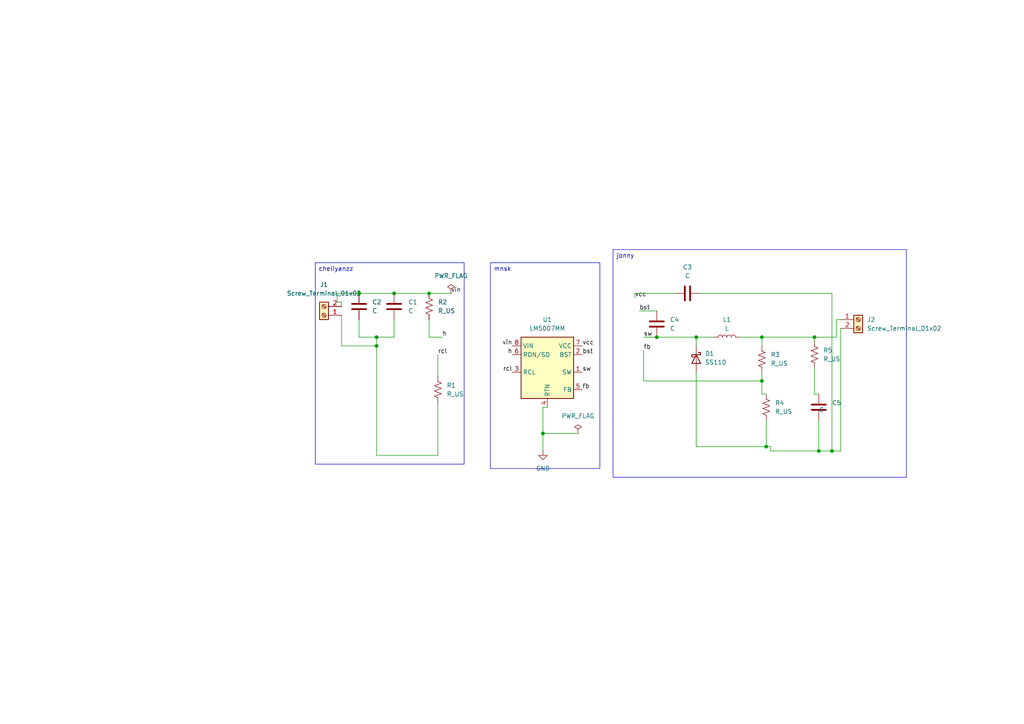
<source format=kicad_sch>
(kicad_sch (version 20250114) (generator "eeschema") (generator_version "9.0")
  (paper "A4")
  (lib_symbols
    (symbol "Connector:Screw_Terminal_01x02" (pin_names (offset 1.016) (hide yes))
      (property "Reference" "J" (at 0 2.54 0))
      (property "Value" "Screw_Terminal_01x02" (at 0 -5.08 0))
      (symbol "Screw_Terminal_01x02_1_1"
        (rectangle (start -1.27 1.27) (end 1.27 -3.81) (stroke (width 0.254)) (fill (type background)))
        (polyline (pts (xy -0.5334 0.3302) (xy 0.3302 -0.508)) (stroke (width 0.1524)))
        (polyline (pts (xy -0.5334 -2.2098) (xy 0.3302 -3.048)) (stroke (width 0.1524)))
        (polyline (pts (xy -0.3556 0.508) (xy 0.508 -0.3302)) (stroke (width 0.1524)))
        (polyline (pts (xy -0.3556 -2.032) (xy 0.508 -2.8702)) (stroke (width 0.1524)))
        (circle (center 0 0) (radius 0.635) (stroke (width 0.1524)))
        (circle (center 0 -2.54) (radius 0.635) (stroke (width 0.1524)))
        (pin passive line (at -5.08 0 0) (length 3.81) (name "Pin_1") (number "1"))
        (pin passive line (at -5.08 -2.54 0) (length 3.81) (name "Pin_2") (number "2"))
      )
    )
    (symbol "Device:C" (pin_numbers (hide yes)) (pin_names (offset 0.254))
      (property "Reference" "C" (at 0.635 2.54 0))
      (property "Value" "C" (at 0.635 -2.54 0))
      (symbol "C_0_1"
        (polyline (pts (xy -2.032 0.762) (xy 2.032 0.762)) (stroke (width 0.508)))
        (polyline (pts (xy -2.032 -0.762) (xy 2.032 -0.762)) (stroke (width 0.508)))
      )
      (symbol "C_1_1"
        (pin passive line (at 0 3.81 270) (length 2.794) (name "~") (number "1"))
        (pin passive line (at 0 -3.81 90) (length 2.794) (name "~") (number "2"))
      )
    )
    (symbol "Device:L" (pin_numbers (hide yes)) (pin_names (offset 1.016) (hide yes))
      (property "Reference" "L" (at -1.27 0 90))
      (property "Value" "L" (at 1.905 0 90))
      (symbol "L_0_1"
        (arc (start 0 2.54) (mid 0.6323 1.905) (end 0 1.27))
        (arc (start 0 1.27) (mid 0.6323 0.635) (end 0 0))
        (arc (start 0 0) (mid 0.6323 -0.635) (end 0 -1.27))
        (arc (start 0 -1.27) (mid 0.6323 -1.905) (end 0 -2.54))
      )
      (symbol "L_1_1"
        (pin passive line (at 0 3.81 270) (length 1.27) (name "1") (number "1"))
        (pin passive line (at 0 -3.81 90) (length 1.27) (name "2") (number "2"))
      )
    )
    (symbol "Device:R_US" (pin_numbers (hide yes)) (pin_names (offset 0))
      (property "Reference" "R" (at 2.54 0 90))
      (property "Value" "R_US" (at -2.54 0 90))
      (symbol "R_US_0_1"
        (polyline (pts (xy 0 2.286) (xy 0 2.54)))
        (polyline (pts (xy 0 2.286) (xy 1.016 1.905) (xy 0 1.524) (xy -1.016 1.143) (xy 0 0.762)))
        (polyline (pts (xy 0 0.762) (xy 1.016 0.381) (xy 0 0) (xy -1.016 -0.381) (xy 0 -0.762)))
        (polyline (pts (xy 0 -0.762) (xy 1.016 -1.143) (xy 0 -1.524) (xy -1.016 -1.905) (xy 0 -2.286)))
        (polyline (pts (xy 0 -2.286) (xy 0 -2.54)))
      )
      (symbol "R_US_1_1"
        (pin passive line (at 0 3.81 270) (length 1.27) (name "~") (number "1"))
        (pin passive line (at 0 -3.81 90) (length 1.27) (name "~") (number "2"))
      )
    )
    (symbol "Diode:SS110" (pin_numbers (hide yes)) (pin_names (offset 1.016) (hide yes))
      (property "Reference" "D" (at 0 2.54 0))
      (property "Value" "SS110" (at 0 -2.54 0))
      (symbol "SS110_0_1"
        (polyline (pts (xy -1.905 0.635) (xy -1.905 1.27) (xy -1.27 1.27) (xy -1.27 -1.27) (xy -0.635 -1.27) (xy -0.635 -0.635)) (stroke (width 0.254)))
        (polyline (pts (xy 1.27 1.27) (xy 1.27 -1.27) (xy -1.27 0) (xy 1.27 1.27)) (stroke (width 0.254)))
        (polyline (pts (xy 1.27 0) (xy -1.27 0)))
      )
      (symbol "SS110_1_1"
        (pin passive line (at -3.81 0 0) (length 2.54) (name "K") (number "1"))
        (pin passive line (at 3.81 0 180) (length 2.54) (name "A") (number "2"))
      )
    )
    (symbol "Regulator_Switching:LM5007MM"
      (property "Reference" "U" (at -7.62 8.89 0))
      (property "Value" "LM5007MM" (at 0 8.89 0))
      (symbol "LM5007MM_0_1"
        (rectangle (start -7.62 7.62) (end 7.62 -10.16) (stroke (width 0.254)) (fill (type background)))
      )
      (symbol "LM5007MM_1_1"
        (pin power_in line (at -10.16 5.08 0) (length 2.54) (name "VIN") (number "8"))
        (pin input line (at -10.16 2.54 0) (length 2.54) (name "RON/SD") (number "6"))
        (pin input line (at -10.16 -2.54 0) (length 2.54) (name "RCL") (number "3"))
        (pin power_in line (at 0 -12.7 90) (length 2.54) (name "RTN") (number "4"))
        (pin output line (at 10.16 5.08 180) (length 2.54) (name "VCC") (number "7"))
        (pin input line (at 10.16 2.54 180) (length 2.54) (name "BST") (number "2"))
        (pin output line (at 10.16 -2.54 180) (length 2.54) (name "SW") (number "1"))
        (pin input line (at 10.16 -7.62 180) (length 2.54) (name "FB") (number "5"))
      )
    )
    (symbol "power:GND" (power) (pin_numbers (hide yes)) (pin_names (offset 0) (hide yes))
      (property "Value" "GND" (at 0 -3.81 0))
      (symbol "GND_0_1"
        (polyline (pts (xy 0 0) (xy 0 -1.27) (xy 1.27 -1.27) (xy 0 -2.54) (xy -1.27 -1.27) (xy 0 -1.27)))
      )
      (symbol "GND_1_1"
        (pin power_in line (at 0 0 270) (length 0) (name "~") (number "1"))
      )
    )
    (symbol "power:PWR_FLAG" (power) (pin_numbers (hide yes)) (pin_names (offset 0) (hide yes))
      (property "Value" "PWR_FLAG" (at 0 3.81 0))
      (symbol "PWR_FLAG_0_0"
        (pin power_out line (at 0 0 90) (length 0) (name "~") (number "1"))
      )
      (symbol "PWR_FLAG_0_1"
        (polyline (pts (xy 0 0) (xy 0 1.27) (xy -1.016 1.905) (xy 0 2.54) (xy 1.016 1.905) (xy 0 1.27)))
      )
    )
  )
  (text_box "mnsk" (at 142.24 76.2 0) (size 31.75 59.69) (margins 0.9525 0.9525 0.9525 0.9525) (effects (font (size 1.27 1.27)) (justify left top)))
  (text_box "jonny\n" (at 177.8 72.39 0) (size 85.09 66.04) (margins 0.9525 0.9525 0.9525 0.9525) (effects (font (size 1.27 1.27)) (justify left top)))
  (text_box "cheliyanzz\n" (at 91.44 76.2 0) (size 43.18 58.42) (margins 0.9525 0.9525 0.9525 0.9525) (effects (font (size 1.27 1.27)) (justify left top)))
  (junction (at 124.46 85.09))
  (junction (at 201.93 97.79))
  (junction (at 157.48 125.73))
  (junction (at 220.98 97.79))
  (junction (at 220.98 110.49))
  (junction (at 109.22 100.33))
  (junction (at 222.25 129.54))
  (junction (at 114.3 85.09))
  (junction (at 241.3 130.81))
  (junction (at 190.5 97.79))
  (junction (at 236.22 97.79))
  (junction (at 104.14 85.09))
  (junction (at 237.49 130.81))
  (junction (at 109.22 97.79))
  (wire (pts (xy 242.57 92.71) (xy 243.84 92.71)))
  (wire (pts (xy 220.98 97.79) (xy 236.22 97.79)))
  (wire (pts (xy 243.84 95.25) (xy 243.84 130.81)))
  (wire (pts (xy 124.46 97.79) (xy 128.27 97.79)))
  (wire (pts (xy 223.52 130.81) (xy 237.49 130.81)))
  (wire (pts (xy 104.14 92.71) (xy 104.14 97.79)))
  (wire (pts (xy 97.79 87.63) (xy 99.06 87.63)))
  (wire (pts (xy 97.79 87.63) (xy 97.79 85.09)))
  (wire (pts (xy 220.98 110.49) (xy 186.69 110.49)))
  (wire (pts (xy 220.98 97.79) (xy 220.98 100.33)))
  (wire (pts (xy 167.64 125.73) (xy 157.48 125.73)))
  (wire (pts (xy 242.57 97.79) (xy 242.57 92.71)))
  (wire (pts (xy 109.22 97.79) (xy 109.22 100.33)))
  (wire (pts (xy 237.49 121.92) (xy 237.49 130.81)))
  (wire (pts (xy 220.98 110.49) (xy 220.98 114.3)))
  (wire (pts (xy 223.52 129.54) (xy 223.52 130.81)))
  (wire (pts (xy 127 102.87) (xy 127 109.22)))
  (wire (pts (xy 109.22 132.08) (xy 127 132.08)))
  (wire (pts (xy 104.14 85.09) (xy 114.3 85.09)))
  (wire (pts (xy 99.06 91.44) (xy 99.06 100.33)))
  (wire (pts (xy 184.15 85.09) (xy 184.15 86.36)))
  (wire (pts (xy 241.3 130.81) (xy 243.84 130.81)))
  (wire (pts (xy 236.22 114.3) (xy 237.49 114.3)))
  (wire (pts (xy 97.79 85.09) (xy 104.14 85.09)))
  (wire (pts (xy 127 116.84) (xy 127 132.08)))
  (wire (pts (xy 214.63 97.79) (xy 220.98 97.79)))
  (wire (pts (xy 241.3 85.09) (xy 241.3 130.81)))
  (wire (pts (xy 190.5 97.79) (xy 201.93 97.79)))
  (wire (pts (xy 236.22 97.79) (xy 236.22 99.06)))
  (wire (pts (xy 99.06 100.33) (xy 109.22 100.33)))
  (wire (pts (xy 109.22 97.79) (xy 114.3 97.79)))
  (wire (pts (xy 124.46 92.71) (xy 124.46 97.79)))
  (wire (pts (xy 220.98 107.95) (xy 220.98 110.49)))
  (wire (pts (xy 157.48 125.73) (xy 157.48 130.81)))
  (wire (pts (xy 186.69 97.79) (xy 190.5 97.79)))
  (wire (pts (xy 201.93 129.54) (xy 222.25 129.54)))
  (wire (pts (xy 237.49 130.81) (xy 241.3 130.81)))
  (wire (pts (xy 157.48 118.11) (xy 158.75 118.11)))
  (wire (pts (xy 236.22 106.68) (xy 236.22 114.3)))
  (wire (pts (xy 157.48 118.11) (xy 157.48 125.73)))
  (wire (pts (xy 220.98 114.3) (xy 222.25 114.3)))
  (wire (pts (xy 104.14 97.79) (xy 109.22 97.79)))
  (wire (pts (xy 222.25 121.92) (xy 222.25 129.54)))
  (wire (pts (xy 99.06 87.63) (xy 99.06 88.9)))
  (wire (pts (xy 114.3 85.09) (xy 124.46 85.09)))
  (wire (pts (xy 201.93 107.95) (xy 201.93 129.54)))
  (wire (pts (xy 201.93 97.79) (xy 207.01 97.79)))
  (wire (pts (xy 190.5 90.17) (xy 185.42 90.17)))
  (wire (pts (xy 186.69 101.6) (xy 186.69 110.49)))
  (wire (pts (xy 114.3 97.79) (xy 114.3 92.71)))
  (wire (pts (xy 124.46 85.09) (xy 130.81 85.09)))
  (wire (pts (xy 109.22 100.33) (xy 109.22 132.08)))
  (wire (pts (xy 184.15 85.09) (xy 195.58 85.09)))
  (wire (pts (xy 236.22 97.79) (xy 242.57 97.79)))
  (wire (pts (xy 201.93 97.79) (xy 201.93 100.33)))
  (wire (pts (xy 222.25 129.54) (xy 223.52 129.54)))
  (wire (pts (xy 203.2 85.09) (xy 241.3 85.09)))
  (label "bst" (at 185.42 90.17 0))
  (label "vcc" (at 184.15 86.36 0))
  (label "fb" (at 168.91 113.03 0))
  (label "vin" (at 130.81 85.09 0))
  (label "sw" (at 186.69 97.79 0))
  (label "sw" (at 168.91 107.95 0))
  (label "fb" (at 186.69 101.6 0))
  (label "rcl" (at 148.59 107.95 180))
  (label "vcc" (at 168.91 100.33 0))
  (label "rcl" (at 127 102.87 0))
  (label "h" (at 128.27 97.79 0))
  (label "vin" (at 148.59 100.33 180))
  (label "h" (at 148.59 102.87 180))
  (label "bst" (at 168.91 102.87 0))
  (symbol (lib_id "Connector:Screw_Terminal_01x02") (at 248.92 92.71 0) (unit 1)
    (property "Reference" "J2" (at 251.46 92.7099 0) (effects (justify left)))
    (property "Value" "Screw_Terminal_01x02" (at 251.46 95.2499 0) (effects (justify left)))
    (property "Footprint" "Connector:JWT_A3963_1x02_P3.96mm_Vertical" (effects (hide yes)))
    (property "Description" "Generic screw terminal, single row, 01x02, script generated (kicad-library-utils/schlib/autogen/connector/)" (effects (hide yes)))
  )
  (symbol (lib_id "Device:R_US") (at 124.46 88.9 0) (unit 1)
    (property "Reference" "R2" (at 127 87.6299 0) (effects (justify left)))
    (property "Value" "R_US" (at 127 90.1699 0) (effects (justify left)))
    (property "Footprint" "Resistor_SMD:R_0402_1005Metric_Pad0.72x0.64mm_HandSolder" (effects (hide yes)))
    (property "Description" "Resistor, US symbol" (effects (hide yes)))
  )
  (symbol (lib_id "power:GND") (at 157.48 130.81 0) (unit 1)
    (property "Reference" "#PWR02" (effects (hide yes)))
    (property "Value" "GND" (at 157.48 135.89 0))
    (property "Description" "Power symbol creates a global label with name \"GND\" , ground" (effects (hide yes)))
  )
  (symbol (lib_id "Device:C") (at 237.49 118.11 0) (unit 1)
    (property "Reference" "C5" (at 241.3 116.8399 0) (effects (justify left)))
    (property "Value" "C" (at 237.49 118.872 0) (effects (justify left)))
    (property "Footprint" "Capacitor_SMD:CP_Elec_3x5.4" (effects (hide yes)))
    (property "Description" "Unpolarized capacitor" (effects (hide yes)))
  )
  (symbol (lib_id "Device:R_US") (at 220.98 104.14 0) (unit 1)
    (property "Reference" "R3" (at 223.52 102.8699 0) (effects (justify left)))
    (property "Value" "R_US" (at 223.52 105.4099 0) (effects (justify left)))
    (property "Footprint" "Resistor_SMD:R_0402_1005Metric_Pad0.72x0.64mm_HandSolder" (effects (hide yes)))
    (property "Description" "Resistor, US symbol" (effects (hide yes)))
  )
  (symbol (lib_id "Device:R_US") (at 236.22 102.87 0) (unit 1)
    (property "Reference" "R5" (at 238.76 101.5999 0) (effects (justify left)))
    (property "Value" "R_US" (at 238.76 104.1399 0) (effects (justify left)))
    (property "Footprint" "Resistor_SMD:R_0603_1608Metric" (effects (hide yes)))
    (property "Description" "Resistor, US symbol" (effects (hide yes)))
  )
  (symbol (lib_id "Device:C") (at 114.3 88.9 0) (unit 1)
    (property "Reference" "C1" (at 118.4046 87.6299 0) (effects (justify left)))
    (property "Value" "C" (at 118.4046 90.1699 0) (effects (justify left)))
    (property "Footprint" "Capacitor_SMD:CP_Elec_3x5.4" (effects (hide yes)))
    (property "Description" "Unpolarized capacitor" (effects (hide yes)))
  )
  (symbol (lib_id "Device:L") (at 210.82 97.79 90) (unit 1)
    (property "Reference" "L1" (at 210.82 92.71 90))
    (property "Value" "L" (at 210.82 95.25 90))
    (property "Footprint" "Inductor_SMD:L_6.3x6.3_H3" (effects (hide yes)))
    (property "Description" "Inductor" (effects (hide yes)))
  )
  (symbol (lib_id "Device:C") (at 104.14 88.9 0) (unit 1)
    (property "Reference" "C2" (at 107.95 87.6299 0) (effects (justify left)))
    (property "Value" "C" (at 107.95 90.1699 0) (effects (justify left)))
    (property "Footprint" "Capacitor_SMD:CP_Elec_4x5.3" (effects (hide yes)))
    (property "Description" "Unpolarized capacitor" (effects (hide yes)))
  )
  (symbol (lib_id "power:PWR_FLAG") (at 130.81 85.09 0) (unit 1)
    (property "Reference" "#FLG01" (effects (hide yes)))
    (property "Value" "PWR_FLAG" (at 130.81 80.01 0))
    (property "Description" "Special symbol for telling ERC where power comes from" (effects (hide yes)))
  )
  (symbol (lib_id "Connector:Screw_Terminal_01x02") (at 93.98 91.44 180) (unit 1)
    (property "Reference" "J1" (at 93.98 82.55 0))
    (property "Value" "Screw_Terminal_01x02" (at 93.98 85.09 0))
    (property "Footprint" "Connector:JWT_A3963_1x02_P3.96mm_Vertical" (effects (hide yes)))
    (property "Description" "Generic screw terminal, single row, 01x02, script generated (kicad-library-utils/schlib/autogen/connector/)" (effects (hide yes)))
  )
  (symbol (lib_id "Device:R_US") (at 127 113.03 0) (unit 1)
    (property "Reference" "R1" (at 129.54 111.7599 0) (effects (justify left)))
    (property "Value" "R_US" (at 129.54 114.2999 0) (effects (justify left)))
    (property "Footprint" "Resistor_SMD:R_0402_1005Metric" (effects (hide yes)))
    (property "Description" "Resistor, US symbol" (effects (hide yes)))
  )
  (symbol (lib_id "power:PWR_FLAG") (at 167.64 125.73 0) (unit 1)
    (property "Reference" "#FLG02" (effects (hide yes)))
    (property "Value" "PWR_FLAG" (at 167.64 120.65 0))
    (property "Description" "Special symbol for telling ERC where power comes from" (effects (hide yes)))
  )
  (symbol (lib_id "Device:C") (at 199.39 85.09 90) (unit 1)
    (property "Reference" "C3" (at 199.39 77.47 90))
    (property "Value" "C" (at 199.39 80.01 90))
    (property "Footprint" "Capacitor_SMD:CP_Elec_4x4.5" (effects (hide yes)))
    (property "Description" "Unpolarized capacitor" (effects (hide yes)))
  )
  (symbol (lib_id "Device:R_US") (at 222.25 118.11 0) (unit 1)
    (property "Reference" "R4" (at 224.79 116.8399 0) (effects (justify left)))
    (property "Value" "R_US" (at 224.79 119.3799 0) (effects (justify left)))
    (property "Footprint" "Resistor_SMD:R_0603_1608Metric_Pad0.98x0.95mm_HandSolder" (effects (hide yes)))
    (property "Description" "Resistor, US symbol" (effects (hide yes)))
  )
  (symbol (lib_id "Diode:SS110") (at 201.93 104.14 270) (unit 1)
    (property "Reference" "D1" (at 204.47 102.5524 90) (effects (justify left)))
    (property "Value" "SS110" (at 204.47 105.0924 90) (effects (justify left)))
    (property "Footprint" "Diode_SMD:D_SMA" (effects (hide yes)))
    (property "Datasheet" "https://www.smc-diodes.com/propdf/SS12-SS110%20N0229%20REV.C.pdf" (effects (hide yes)))
    (property "Description" "100V 1A Schottky Diode, SMA" (effects (hide yes)))
  )
  (symbol (lib_id "Device:C") (at 190.5 93.98 180) (unit 1)
    (property "Reference" "C4" (at 194.31 92.7099 0) (effects (justify right)))
    (property "Value" "C" (at 194.31 95.2499 0) (effects (justify right)))
    (property "Footprint" "Capacitor_SMD:CP_Elec_4x3" (effects (hide yes)))
    (property "Description" "Unpolarized capacitor" (effects (hide yes)))
  )
  (symbol (lib_id "Regulator_Switching:LM5007MM") (at 158.75 105.41 0) (unit 1)
    (property "Reference" "U1" (at 158.75 92.71 0))
    (property "Value" "LM5007MM" (at 158.75 95.25 0))
    (property "Footprint" "Package_SO:MSOP-8_3x3mm_P0.65mm" (effects (hide yes)))
    (property "Datasheet" "http://www.ti.com/lit/ds/symlink/lm5007.pdf" (effects (hide yes)))
    (property "Description" "700mA, High Voltage (80V) Step-Down Switching Regulator, Adjustable Output Voltage, MSOP-8" (effects (hide yes)))
  )
)
</source>
